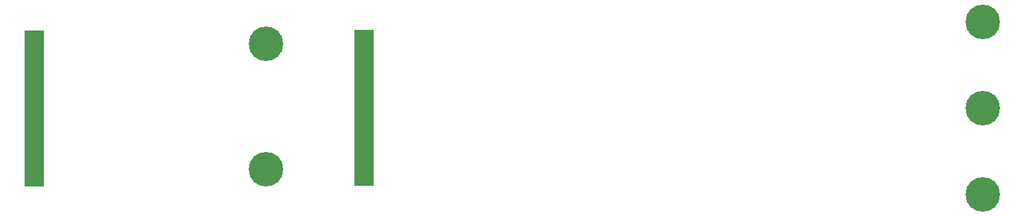
<source format=gbr>
%TF.GenerationSoftware,KiCad,Pcbnew,9.0.0*%
%TF.CreationDate,2025-04-28T22:47:42-04:00*%
%TF.ProjectId,Interposer_Board_Test_Fixture,496e7465-7270-46f7-9365-725f426f6172,rev?*%
%TF.SameCoordinates,Original*%
%TF.FileFunction,Soldermask,Bot*%
%TF.FilePolarity,Negative*%
%FSLAX46Y46*%
G04 Gerber Fmt 4.6, Leading zero omitted, Abs format (unit mm)*
G04 Created by KiCad (PCBNEW 9.0.0) date 2025-04-28 22:47:42*
%MOMM*%
%LPD*%
G01*
G04 APERTURE LIST*
%ADD10C,0.000000*%
%ADD11C,0.700000*%
%ADD12C,4.400000*%
G04 APERTURE END LIST*
D10*
%TO.C,J1*%
G36*
X118163600Y-115878601D02*
G01*
X115663600Y-115878601D01*
X115663600Y-95978601D01*
X118163600Y-95978601D01*
X118163600Y-115878601D01*
G37*
%TO.C,J2*%
G36*
X76176100Y-115978601D02*
G01*
X73676100Y-115978601D01*
X73676100Y-96078601D01*
X76176100Y-96078601D01*
X76176100Y-115978601D01*
G37*
%TD*%
D11*
%TO.C,H3*%
X194026100Y-94978600D03*
X194509374Y-93811874D03*
X194509374Y-96145326D03*
X195676100Y-93328600D03*
D12*
X195676100Y-94978600D03*
D11*
X195676100Y-96628600D03*
X196842826Y-93811874D03*
X196842826Y-96145326D03*
X197326100Y-94978600D03*
%TD*%
%TO.C,H2*%
X102751100Y-97703600D03*
X103234374Y-96536874D03*
X103234374Y-98870326D03*
X104401100Y-96053600D03*
D12*
X104401100Y-97703600D03*
D11*
X104401100Y-99353600D03*
X105567826Y-96536874D03*
X105567826Y-98870326D03*
X106051100Y-97703600D03*
%TD*%
%TO.C,H4*%
X194026100Y-116978600D03*
X194509374Y-115811874D03*
X194509374Y-118145326D03*
X195676100Y-115328600D03*
D12*
X195676100Y-116978600D03*
D11*
X195676100Y-118628600D03*
X196842826Y-115811874D03*
X196842826Y-118145326D03*
X197326100Y-116978600D03*
%TD*%
%TO.C,H1*%
X194026100Y-105978600D03*
X194509374Y-104811874D03*
X194509374Y-107145326D03*
X195676100Y-104328600D03*
D12*
X195676100Y-105978600D03*
D11*
X195676100Y-107628600D03*
X196842826Y-104811874D03*
X196842826Y-107145326D03*
X197326100Y-105978600D03*
%TD*%
%TO.C,H5*%
X102751100Y-113703600D03*
X103234374Y-112536874D03*
X103234374Y-114870326D03*
X104401100Y-112053600D03*
D12*
X104401100Y-113703600D03*
D11*
X104401100Y-115353600D03*
X105567826Y-112536874D03*
X105567826Y-114870326D03*
X106051100Y-113703600D03*
%TD*%
M02*

</source>
